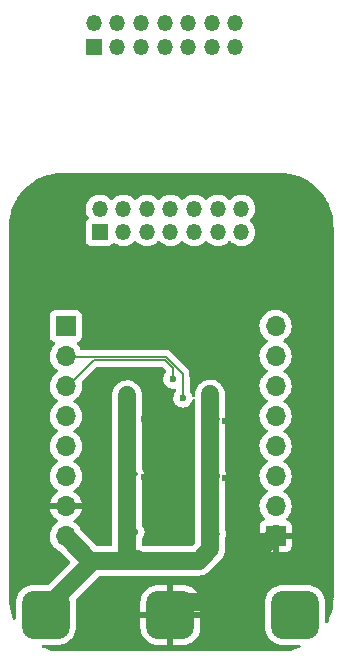
<source format=gbr>
%TF.GenerationSoftware,KiCad,Pcbnew,(6.0.0)*%
%TF.CreationDate,2022-06-29T15:28:05+09:00*%
%TF.ProjectId,TipLets_Board,5469704c-6574-4735-9f42-6f6172642e6b,rev?*%
%TF.SameCoordinates,Original*%
%TF.FileFunction,Copper,L2,Bot*%
%TF.FilePolarity,Positive*%
%FSLAX46Y46*%
G04 Gerber Fmt 4.6, Leading zero omitted, Abs format (unit mm)*
G04 Created by KiCad (PCBNEW (6.0.0)) date 2022-06-29 15:28:05*
%MOMM*%
%LPD*%
G01*
G04 APERTURE LIST*
G04 Aperture macros list*
%AMRoundRect*
0 Rectangle with rounded corners*
0 $1 Rounding radius*
0 $2 $3 $4 $5 $6 $7 $8 $9 X,Y pos of 4 corners*
0 Add a 4 corners polygon primitive as box body*
4,1,4,$2,$3,$4,$5,$6,$7,$8,$9,$2,$3,0*
0 Add four circle primitives for the rounded corners*
1,1,$1+$1,$2,$3*
1,1,$1+$1,$4,$5*
1,1,$1+$1,$6,$7*
1,1,$1+$1,$8,$9*
0 Add four rect primitives between the rounded corners*
20,1,$1+$1,$2,$3,$4,$5,0*
20,1,$1+$1,$4,$5,$6,$7,0*
20,1,$1+$1,$6,$7,$8,$9,0*
20,1,$1+$1,$8,$9,$2,$3,0*%
G04 Aperture macros list end*
%TA.AperFunction,ComponentPad*%
%ADD10R,1.350000X1.350000*%
%TD*%
%TA.AperFunction,ComponentPad*%
%ADD11O,1.350000X1.350000*%
%TD*%
%TA.AperFunction,ComponentPad*%
%ADD12O,1.700000X1.700000*%
%TD*%
%TA.AperFunction,ComponentPad*%
%ADD13R,1.700000X1.700000*%
%TD*%
%TA.AperFunction,SMDPad,CuDef*%
%ADD14RoundRect,1.015000X-1.015000X-1.015000X1.015000X-1.015000X1.015000X1.015000X-1.015000X1.015000X0*%
%TD*%
%TA.AperFunction,ViaPad*%
%ADD15C,0.600000*%
%TD*%
%TA.AperFunction,ViaPad*%
%ADD16C,0.500000*%
%TD*%
%TA.AperFunction,Conductor*%
%ADD17C,1.500000*%
%TD*%
%TA.AperFunction,Conductor*%
%ADD18C,0.127000*%
%TD*%
G04 APERTURE END LIST*
D10*
%TO.P,J3,1,Pin_1*%
%TO.N,IN5*%
X23685000Y-79317000D03*
D11*
%TO.P,J3,2,Pin_2*%
%TO.N,IN6*%
X23685000Y-77317000D03*
%TO.P,J3,3,Pin_3*%
%TO.N,IN3*%
X25685000Y-79317000D03*
%TO.P,J3,4,Pin_4*%
%TO.N,IN4*%
X25685000Y-77317000D03*
%TO.P,J3,5,Pin_5*%
%TO.N,IN1*%
X27685000Y-79317000D03*
%TO.P,J3,6,Pin_6*%
%TO.N,IN2*%
X27685000Y-77317000D03*
%TO.P,J3,7,Pin_7*%
%TO.N,IN8*%
X29685000Y-79317000D03*
%TO.P,J3,8,Pin_8*%
%TO.N,IN7*%
X29685000Y-77317000D03*
%TO.P,J3,9,Pin_9*%
%TO.N,IN10*%
X31685000Y-79317000D03*
%TO.P,J3,10,Pin_10*%
%TO.N,IN9*%
X31685000Y-77317000D03*
%TO.P,J3,11,Pin_11*%
%TO.N,IN12*%
X33685000Y-79317000D03*
%TO.P,J3,12,Pin_12*%
%TO.N,IN11*%
X33685000Y-77317000D03*
%TO.P,J3,13,Pin_13*%
%TO.N,unconnected-(J3-Pad13)*%
X35685000Y-79317000D03*
%TO.P,J3,14,Pin_14*%
%TO.N,unconnected-(J3-Pad14)*%
X35685000Y-77317000D03*
%TD*%
D12*
%TO.P,J1,8,Pin_8*%
%TO.N,BAT*%
X21325000Y-120737000D03*
%TO.P,J1,7,Pin_7*%
%TO.N,GND*%
X21325000Y-118197000D03*
%TO.P,J1,6,Pin_6*%
%TO.N,unconnected-(J1-Pad6)*%
X21325000Y-115657000D03*
%TO.P,J1,5,Pin_5*%
%TO.N,unconnected-(J1-Pad5)*%
X21325000Y-113117000D03*
%TO.P,J1,4,Pin_4*%
%TO.N,unconnected-(J1-Pad4)*%
X21325000Y-110577000D03*
%TO.P,J1,3,Pin_3*%
%TO.N,SDA*%
X21325000Y-108037000D03*
%TO.P,J1,2,Pin_2*%
%TO.N,SCL*%
X21325000Y-105497000D03*
D13*
%TO.P,J1,1,Pin_1*%
%TO.N,unconnected-(J1-Pad1)*%
X21325000Y-102957000D03*
%TD*%
D11*
%TO.P,J4,14,Pin_14*%
%TO.N,unconnected-(J4-Pad14)*%
X36185000Y-93000000D03*
%TO.P,J4,13,Pin_13*%
%TO.N,unconnected-(J4-Pad13)*%
X36185000Y-95000000D03*
%TO.P,J4,12,Pin_12*%
%TO.N,OUT5*%
X34185000Y-93000000D03*
%TO.P,J4,11,Pin_11*%
%TO.N,OUT6*%
X34185000Y-95000000D03*
%TO.P,J4,10,Pin_10*%
%TO.N,OUT3*%
X32185000Y-93000000D03*
%TO.P,J4,9,Pin_9*%
%TO.N,OUT4*%
X32185000Y-95000000D03*
%TO.P,J4,8,Pin_8*%
%TO.N,OUT1*%
X30185000Y-93000000D03*
%TO.P,J4,7,Pin_7*%
%TO.N,OUT2*%
X30185000Y-95000000D03*
%TO.P,J4,6,Pin_6*%
%TO.N,OUT11*%
X28185000Y-93000000D03*
%TO.P,J4,5,Pin_5*%
%TO.N,OUT12*%
X28185000Y-95000000D03*
%TO.P,J4,4,Pin_4*%
%TO.N,OUT9*%
X26185000Y-93000000D03*
%TO.P,J4,3,Pin_3*%
%TO.N,OUT10*%
X26185000Y-95000000D03*
%TO.P,J4,2,Pin_2*%
%TO.N,OUT7*%
X24185000Y-93000000D03*
D10*
%TO.P,J4,1,Pin_1*%
%TO.N,OUT8*%
X24185000Y-95000000D03*
%TD*%
D12*
%TO.P,J2,8,Pin_8*%
%TO.N,EN3*%
X39085000Y-102952000D03*
%TO.P,J2,7,Pin_7*%
%TO.N,EN2*%
X39085000Y-105492000D03*
%TO.P,J2,6,Pin_6*%
%TO.N,EN1*%
X39085000Y-108032000D03*
%TO.P,J2,5,Pin_5*%
%TO.N,EN6*%
X39085000Y-110572000D03*
%TO.P,J2,4,Pin_4*%
%TO.N,EN5*%
X39085000Y-113112000D03*
%TO.P,J2,3,Pin_3*%
%TO.N,EN4*%
X39085000Y-115652000D03*
%TO.P,J2,2,Pin_2*%
%TO.N,unconnected-(J2-Pad2)*%
X39085000Y-118192000D03*
D13*
%TO.P,J2,1,Pin_1*%
%TO.N,GND*%
X39085000Y-120732000D03*
%TD*%
D14*
%TO.P,B1,3*%
%TO.N,GND*%
X30185000Y-127394209D03*
%TO.P,B1,2,+*%
%TO.N,BAT*%
X40730000Y-127394209D03*
%TO.P,B1,1,+*%
%TO.N,N/C*%
X19640000Y-127394209D03*
%TD*%
D15*
%TO.N,GND*%
X35105000Y-108258170D03*
X35993000Y-119680170D03*
X27951000Y-115735170D03*
X35245560Y-118114000D03*
X29005000Y-119577170D03*
X27905000Y-110858170D03*
X25058000Y-106868170D03*
X28368540Y-112928170D03*
X34833037Y-115828439D03*
X34832000Y-110991170D03*
X28296000Y-118021170D03*
D16*
X28005000Y-108388170D03*
D15*
X35231000Y-113050170D03*
X32017000Y-107007170D03*
%TO.N,BAT*%
X34129000Y-115649170D03*
D16*
X34127000Y-120534170D03*
X27173000Y-115516170D03*
D15*
X27176000Y-120408170D03*
D16*
X34085000Y-110826170D03*
D15*
X27005000Y-110658170D03*
%TO.N,SCL*%
X31235000Y-109038170D03*
%TO.N,SDA*%
X30375000Y-107428170D03*
%TD*%
D17*
%TO.N,GND*%
X30185000Y-126317000D02*
X33352306Y-126317000D01*
D18*
X34765000Y-110885000D02*
X34619000Y-110885000D01*
D17*
X33352306Y-126317000D02*
X39146476Y-120522830D01*
%TO.N,BAT*%
X23412730Y-122815000D02*
X27206000Y-122815000D01*
X33535000Y-121860000D02*
X33535000Y-108747000D01*
X27206000Y-122815000D02*
X27316000Y-122705000D01*
X26949000Y-122705000D02*
X26505000Y-122261000D01*
X26505000Y-122261000D02*
X26505000Y-108810000D01*
X23412730Y-123089270D02*
X20185000Y-126317000D01*
X32580000Y-122815000D02*
X33535000Y-121860000D01*
X21406560Y-120808830D02*
X23412730Y-122815000D01*
X27206000Y-122815000D02*
X32580000Y-122815000D01*
X23412730Y-122815000D02*
X23412730Y-123089270D01*
D18*
%TO.N,SCL*%
X31235000Y-106974019D02*
X31235000Y-109038170D01*
X29829811Y-105568830D02*
X31235000Y-106974019D01*
X29829811Y-105568830D02*
X21406560Y-105568830D01*
%TO.N,SDA*%
X30375000Y-106472551D02*
X30375000Y-107428170D01*
X23693040Y-105822350D02*
X21406560Y-108108830D01*
X29724799Y-105822350D02*
X23693040Y-105822350D01*
X29724799Y-105822350D02*
X30375000Y-106472551D01*
%TD*%
%TA.AperFunction,Conductor*%
%TO.N,GND*%
G36*
X39470057Y-90009500D02*
G01*
X39484858Y-90011805D01*
X39484861Y-90011805D01*
X39493730Y-90013186D01*
X39514158Y-90010515D01*
X39535983Y-90009571D01*
X39886007Y-90024853D01*
X39896958Y-90025811D01*
X40274579Y-90075527D01*
X40285403Y-90077436D01*
X40657243Y-90159870D01*
X40667860Y-90162715D01*
X41031110Y-90277248D01*
X41041425Y-90281001D01*
X41393334Y-90426766D01*
X41403269Y-90431399D01*
X41741128Y-90607278D01*
X41750637Y-90612768D01*
X42071860Y-90817410D01*
X42080864Y-90823714D01*
X42383043Y-91055583D01*
X42391463Y-91062649D01*
X42672268Y-91319959D01*
X42680041Y-91327732D01*
X42937351Y-91608537D01*
X42944417Y-91616957D01*
X43176286Y-91919136D01*
X43182590Y-91928140D01*
X43192730Y-91944057D01*
X43347104Y-92186374D01*
X43387232Y-92249363D01*
X43392722Y-92258872D01*
X43568601Y-92596731D01*
X43573234Y-92606666D01*
X43646439Y-92783400D01*
X43718996Y-92958568D01*
X43722751Y-92968887D01*
X43791186Y-93185933D01*
X43837285Y-93332139D01*
X43840130Y-93342757D01*
X43922564Y-93714597D01*
X43924473Y-93725421D01*
X43974189Y-94103042D01*
X43975147Y-94113993D01*
X43985890Y-94360050D01*
X43990104Y-94456583D01*
X43988724Y-94481461D01*
X43986814Y-94493730D01*
X43988638Y-94507678D01*
X43990936Y-94525251D01*
X43992000Y-94541589D01*
X43992000Y-125950672D01*
X43990500Y-125970056D01*
X43986814Y-125993730D01*
X43989485Y-126014158D01*
X43990429Y-126035983D01*
X43984380Y-126174525D01*
X43975147Y-126386007D01*
X43974189Y-126396958D01*
X43924473Y-126774579D01*
X43922564Y-126785403D01*
X43845207Y-127134344D01*
X43840130Y-127157243D01*
X43837285Y-127167861D01*
X43722755Y-127531103D01*
X43718999Y-127541425D01*
X43621439Y-127776957D01*
X43573238Y-127893325D01*
X43568601Y-127903269D01*
X43506261Y-128023022D01*
X43457066Y-128074207D01*
X43388005Y-128090671D01*
X43321006Y-128067185D01*
X43277341Y-128011204D01*
X43268500Y-127964839D01*
X43268500Y-126310071D01*
X43257829Y-126161207D01*
X43214401Y-125970057D01*
X43204635Y-125927071D01*
X43204634Y-125927068D01*
X43203514Y-125922138D01*
X43111675Y-125694829D01*
X42984675Y-125485127D01*
X42825782Y-125298427D01*
X42639082Y-125139534D01*
X42429380Y-125012534D01*
X42424691Y-125010640D01*
X42424686Y-125010637D01*
X42206762Y-124922590D01*
X42206759Y-124922589D01*
X42202071Y-124920695D01*
X42197141Y-124919575D01*
X42197138Y-124919574D01*
X42103679Y-124898341D01*
X41963002Y-124866380D01*
X41958235Y-124866038D01*
X41958233Y-124866038D01*
X41816388Y-124855870D01*
X41816380Y-124855870D01*
X41814138Y-124855709D01*
X39645862Y-124855709D01*
X39643620Y-124855870D01*
X39643612Y-124855870D01*
X39501767Y-124866038D01*
X39501765Y-124866038D01*
X39496998Y-124866380D01*
X39356321Y-124898341D01*
X39262862Y-124919574D01*
X39262859Y-124919575D01*
X39257929Y-124920695D01*
X39253241Y-124922589D01*
X39253238Y-124922590D01*
X39035314Y-125010637D01*
X39035309Y-125010640D01*
X39030620Y-125012534D01*
X38820918Y-125139534D01*
X38634218Y-125298427D01*
X38475325Y-125485127D01*
X38348325Y-125694829D01*
X38256486Y-125922138D01*
X38255366Y-125927068D01*
X38255365Y-125927071D01*
X38245599Y-125970057D01*
X38202171Y-126161207D01*
X38191500Y-126310071D01*
X38191500Y-128478347D01*
X38202171Y-128627211D01*
X38203231Y-128631875D01*
X38255332Y-128861199D01*
X38256486Y-128866280D01*
X38348325Y-129093589D01*
X38475325Y-129303291D01*
X38634218Y-129489991D01*
X38820918Y-129648884D01*
X39030620Y-129775884D01*
X39035309Y-129777778D01*
X39035314Y-129777781D01*
X39253238Y-129865828D01*
X39253241Y-129865829D01*
X39257929Y-129867723D01*
X39262859Y-129868843D01*
X39262862Y-129868844D01*
X39356321Y-129890077D01*
X39496998Y-129922038D01*
X39501765Y-129922380D01*
X39501767Y-129922380D01*
X39643612Y-129932548D01*
X39643620Y-129932548D01*
X39645862Y-129932709D01*
X41099145Y-129932709D01*
X41167266Y-129952711D01*
X41213759Y-130006367D01*
X41223863Y-130076641D01*
X41194369Y-130141221D01*
X41147364Y-130175118D01*
X41041425Y-130218999D01*
X41031110Y-130222752D01*
X40667861Y-130337285D01*
X40657243Y-130340130D01*
X40285403Y-130422564D01*
X40274579Y-130424473D01*
X39896958Y-130474189D01*
X39886007Y-130475147D01*
X39543417Y-130490104D01*
X39518539Y-130488724D01*
X39518160Y-130488665D01*
X39506270Y-130486814D01*
X39474749Y-130490936D01*
X39458411Y-130492000D01*
X21049328Y-130492000D01*
X21029943Y-130490500D01*
X21015142Y-130488195D01*
X21015139Y-130488195D01*
X21006270Y-130486814D01*
X20985842Y-130489485D01*
X20964017Y-130490429D01*
X20613993Y-130475147D01*
X20603042Y-130474189D01*
X20225421Y-130424473D01*
X20214597Y-130422564D01*
X19842757Y-130340130D01*
X19832139Y-130337285D01*
X19468890Y-130222752D01*
X19458575Y-130218999D01*
X19352637Y-130175118D01*
X19297356Y-130130570D01*
X19274935Y-130063206D01*
X19292493Y-129994415D01*
X19344455Y-129946037D01*
X19400855Y-129932709D01*
X20724138Y-129932709D01*
X20726380Y-129932548D01*
X20726388Y-129932548D01*
X20868233Y-129922380D01*
X20868235Y-129922380D01*
X20873002Y-129922038D01*
X21013679Y-129890077D01*
X21107138Y-129868844D01*
X21107141Y-129868843D01*
X21112071Y-129867723D01*
X21116759Y-129865829D01*
X21116762Y-129865828D01*
X21334686Y-129777781D01*
X21334691Y-129777778D01*
X21339380Y-129775884D01*
X21549082Y-129648884D01*
X21735782Y-129489991D01*
X21894675Y-129303291D01*
X22021675Y-129093589D01*
X22113514Y-128866280D01*
X22114669Y-128861199D01*
X22166769Y-128631875D01*
X22167829Y-128627211D01*
X22178500Y-128478347D01*
X22178500Y-128476074D01*
X27647000Y-128476074D01*
X27647161Y-128480588D01*
X27657324Y-128622373D01*
X27658725Y-128631801D01*
X27710844Y-128861199D01*
X27713860Y-128870823D01*
X27801877Y-129088672D01*
X27806394Y-129097693D01*
X27928106Y-129298664D01*
X27934014Y-129306855D01*
X28086299Y-129485789D01*
X28093420Y-129492910D01*
X28272354Y-129645195D01*
X28280545Y-129651103D01*
X28481516Y-129772815D01*
X28490537Y-129777332D01*
X28708386Y-129865349D01*
X28718010Y-129868365D01*
X28947408Y-129920484D01*
X28956836Y-129921885D01*
X29098621Y-129932048D01*
X29103135Y-129932209D01*
X29912885Y-129932209D01*
X29928124Y-129927734D01*
X29929329Y-129926344D01*
X29931000Y-129918661D01*
X29931000Y-129914094D01*
X30439000Y-129914094D01*
X30443475Y-129929333D01*
X30444865Y-129930538D01*
X30452548Y-129932209D01*
X31266865Y-129932209D01*
X31271379Y-129932048D01*
X31413164Y-129921885D01*
X31422592Y-129920484D01*
X31651990Y-129868365D01*
X31661614Y-129865349D01*
X31879463Y-129777332D01*
X31888484Y-129772815D01*
X32089455Y-129651103D01*
X32097646Y-129645195D01*
X32276580Y-129492910D01*
X32283701Y-129485789D01*
X32435986Y-129306855D01*
X32441894Y-129298664D01*
X32563606Y-129097693D01*
X32568123Y-129088672D01*
X32656140Y-128870823D01*
X32659156Y-128861199D01*
X32711275Y-128631801D01*
X32712676Y-128622373D01*
X32722839Y-128480588D01*
X32723000Y-128476074D01*
X32723000Y-127666324D01*
X32718525Y-127651085D01*
X32717135Y-127649880D01*
X32709452Y-127648209D01*
X30457115Y-127648209D01*
X30441876Y-127652684D01*
X30440671Y-127654074D01*
X30439000Y-127661757D01*
X30439000Y-129914094D01*
X29931000Y-129914094D01*
X29931000Y-127666324D01*
X29926525Y-127651085D01*
X29925135Y-127649880D01*
X29917452Y-127648209D01*
X27665115Y-127648209D01*
X27649876Y-127652684D01*
X27648671Y-127654074D01*
X27647000Y-127661757D01*
X27647000Y-128476074D01*
X22178500Y-128476074D01*
X22178500Y-127122094D01*
X27647000Y-127122094D01*
X27651475Y-127137333D01*
X27652865Y-127138538D01*
X27660548Y-127140209D01*
X29912885Y-127140209D01*
X29928124Y-127135734D01*
X29929329Y-127134344D01*
X29931000Y-127126661D01*
X29931000Y-127122094D01*
X30439000Y-127122094D01*
X30443475Y-127137333D01*
X30444865Y-127138538D01*
X30452548Y-127140209D01*
X32704885Y-127140209D01*
X32720124Y-127135734D01*
X32721329Y-127134344D01*
X32723000Y-127126661D01*
X32723000Y-126312344D01*
X32722839Y-126307830D01*
X32712676Y-126166045D01*
X32711275Y-126156617D01*
X32659156Y-125927219D01*
X32656140Y-125917595D01*
X32568123Y-125699746D01*
X32563606Y-125690725D01*
X32441894Y-125489754D01*
X32435986Y-125481563D01*
X32283701Y-125302629D01*
X32276580Y-125295508D01*
X32097646Y-125143223D01*
X32089455Y-125137315D01*
X31888484Y-125015603D01*
X31879463Y-125011086D01*
X31661614Y-124923069D01*
X31651990Y-124920053D01*
X31422592Y-124867934D01*
X31413164Y-124866533D01*
X31271379Y-124856370D01*
X31266865Y-124856209D01*
X30457115Y-124856209D01*
X30441876Y-124860684D01*
X30440671Y-124862074D01*
X30439000Y-124869757D01*
X30439000Y-127122094D01*
X29931000Y-127122094D01*
X29931000Y-124874324D01*
X29926525Y-124859085D01*
X29925135Y-124857880D01*
X29917452Y-124856209D01*
X29103135Y-124856209D01*
X29098621Y-124856370D01*
X28956836Y-124866533D01*
X28947408Y-124867934D01*
X28718010Y-124920053D01*
X28708386Y-124923069D01*
X28490537Y-125011086D01*
X28481516Y-125015603D01*
X28280545Y-125137315D01*
X28272354Y-125143223D01*
X28093420Y-125295508D01*
X28086299Y-125302629D01*
X27934014Y-125481563D01*
X27928106Y-125489754D01*
X27806394Y-125690725D01*
X27801877Y-125699746D01*
X27713860Y-125917595D01*
X27710844Y-125927219D01*
X27658725Y-126156617D01*
X27657324Y-126166045D01*
X27647161Y-126307830D01*
X27647000Y-126312344D01*
X27647000Y-127122094D01*
X22178500Y-127122094D01*
X22178500Y-126310071D01*
X22168784Y-126174525D01*
X22183865Y-126105148D01*
X22205367Y-126076421D01*
X24171383Y-124110405D01*
X24233695Y-124076379D01*
X24260478Y-124073500D01*
X27114604Y-124073500D01*
X27131051Y-124074578D01*
X27147516Y-124076746D01*
X27147520Y-124076746D01*
X27153086Y-124077479D01*
X27234489Y-124073640D01*
X27240424Y-124073500D01*
X32488604Y-124073500D01*
X32505051Y-124074578D01*
X32521516Y-124076746D01*
X32521520Y-124076746D01*
X32527086Y-124077479D01*
X32608489Y-124073640D01*
X32614424Y-124073500D01*
X32636999Y-124073500D01*
X32662989Y-124071181D01*
X32668248Y-124070822D01*
X32751488Y-124066896D01*
X32756947Y-124065646D01*
X32756952Y-124065645D01*
X32768970Y-124062892D01*
X32785899Y-124060211D01*
X32803762Y-124058617D01*
X32809178Y-124057135D01*
X32809180Y-124057135D01*
X32884133Y-124036630D01*
X32889251Y-124035344D01*
X32965000Y-124017995D01*
X32965002Y-124017994D01*
X32970470Y-124016742D01*
X32980970Y-124012263D01*
X32986967Y-124009706D01*
X33003142Y-124004073D01*
X33015039Y-124000818D01*
X33015043Y-124000817D01*
X33020451Y-123999337D01*
X33095667Y-123963461D01*
X33100476Y-123961290D01*
X33171949Y-123930804D01*
X33171950Y-123930804D01*
X33177109Y-123928603D01*
X33192110Y-123918749D01*
X33207025Y-123910346D01*
X33223218Y-123902622D01*
X33227769Y-123899352D01*
X33227772Y-123899350D01*
X33290881Y-123854001D01*
X33295232Y-123851011D01*
X33361010Y-123807804D01*
X33361018Y-123807798D01*
X33364874Y-123805265D01*
X33385662Y-123786743D01*
X33395939Y-123778510D01*
X33405654Y-123771529D01*
X33480063Y-123694745D01*
X33481452Y-123693335D01*
X34360259Y-122814528D01*
X34372651Y-122803660D01*
X34385843Y-122793538D01*
X34385851Y-122793531D01*
X34390292Y-122790123D01*
X34445168Y-122729815D01*
X34449267Y-122725520D01*
X34465198Y-122709589D01*
X34481934Y-122689573D01*
X34485379Y-122685624D01*
X34537703Y-122628121D01*
X34537706Y-122628117D01*
X34541485Y-122623964D01*
X34551013Y-122608775D01*
X34561091Y-122594903D01*
X34568992Y-122585455D01*
X34568997Y-122585448D01*
X34572594Y-122581146D01*
X34613887Y-122508752D01*
X34616592Y-122504232D01*
X34657886Y-122438404D01*
X34657888Y-122438401D01*
X34660864Y-122433656D01*
X34667552Y-122417021D01*
X34675012Y-122401589D01*
X34681120Y-122390881D01*
X34681124Y-122390872D01*
X34683899Y-122386007D01*
X34685768Y-122380730D01*
X34685770Y-122380725D01*
X34711715Y-122307458D01*
X34713580Y-122302522D01*
X34742566Y-122230416D01*
X34744656Y-122225217D01*
X34748294Y-122207650D01*
X34752899Y-122191156D01*
X34758889Y-122174241D01*
X34772359Y-122091990D01*
X34773319Y-122086811D01*
X34773586Y-122085525D01*
X34790213Y-122005233D01*
X34791815Y-121977452D01*
X34793262Y-121964347D01*
X34794286Y-121958090D01*
X34794286Y-121958086D01*
X34795194Y-121952543D01*
X34793516Y-121845736D01*
X34793500Y-121843757D01*
X34793500Y-121626669D01*
X37727001Y-121626669D01*
X37727371Y-121633490D01*
X37732895Y-121684352D01*
X37736521Y-121699604D01*
X37781676Y-121820054D01*
X37790214Y-121835649D01*
X37866715Y-121937724D01*
X37879276Y-121950285D01*
X37981351Y-122026786D01*
X37996946Y-122035324D01*
X38117394Y-122080478D01*
X38132649Y-122084105D01*
X38183514Y-122089631D01*
X38190328Y-122090000D01*
X38812885Y-122090000D01*
X38828124Y-122085525D01*
X38829329Y-122084135D01*
X38831000Y-122076452D01*
X38831000Y-122071884D01*
X39339000Y-122071884D01*
X39343475Y-122087123D01*
X39344865Y-122088328D01*
X39352548Y-122089999D01*
X39979669Y-122089999D01*
X39986490Y-122089629D01*
X40037352Y-122084105D01*
X40052604Y-122080479D01*
X40173054Y-122035324D01*
X40188649Y-122026786D01*
X40290724Y-121950285D01*
X40303285Y-121937724D01*
X40379786Y-121835649D01*
X40388324Y-121820054D01*
X40433478Y-121699606D01*
X40437105Y-121684351D01*
X40442631Y-121633486D01*
X40443000Y-121626672D01*
X40443000Y-121004115D01*
X40438525Y-120988876D01*
X40437135Y-120987671D01*
X40429452Y-120986000D01*
X39357115Y-120986000D01*
X39341876Y-120990475D01*
X39340671Y-120991865D01*
X39339000Y-120999548D01*
X39339000Y-122071884D01*
X38831000Y-122071884D01*
X38831000Y-121004115D01*
X38826525Y-120988876D01*
X38825135Y-120987671D01*
X38817452Y-120986000D01*
X37745116Y-120986000D01*
X37729877Y-120990475D01*
X37728672Y-120991865D01*
X37727001Y-120999548D01*
X37727001Y-121626669D01*
X34793500Y-121626669D01*
X34793500Y-120935947D01*
X34806259Y-120883212D01*
X34805891Y-120883072D01*
X34806997Y-120880161D01*
X34806997Y-120880159D01*
X34866319Y-120723995D01*
X34890001Y-120555483D01*
X34890299Y-120534170D01*
X34871331Y-120365062D01*
X34815368Y-120204359D01*
X34811633Y-120198382D01*
X34808590Y-120192030D01*
X34810147Y-120191284D01*
X34793500Y-120133233D01*
X34793500Y-118158695D01*
X37722251Y-118158695D01*
X37722548Y-118163848D01*
X37722548Y-118163851D01*
X37728011Y-118258590D01*
X37735110Y-118381715D01*
X37736247Y-118386761D01*
X37736248Y-118386767D01*
X37753872Y-118464966D01*
X37784222Y-118599639D01*
X37868266Y-118806616D01*
X37984987Y-118997088D01*
X38131250Y-119165938D01*
X38135225Y-119169238D01*
X38135231Y-119169244D01*
X38140425Y-119173556D01*
X38180059Y-119232460D01*
X38181555Y-119303441D01*
X38144439Y-119363962D01*
X38104168Y-119388480D01*
X37996946Y-119428676D01*
X37981351Y-119437214D01*
X37879276Y-119513715D01*
X37866715Y-119526276D01*
X37790214Y-119628351D01*
X37781676Y-119643946D01*
X37736522Y-119764394D01*
X37732895Y-119779649D01*
X37727369Y-119830514D01*
X37727000Y-119837328D01*
X37727000Y-120459885D01*
X37731475Y-120475124D01*
X37732865Y-120476329D01*
X37740548Y-120478000D01*
X40424884Y-120478000D01*
X40440123Y-120473525D01*
X40441328Y-120472135D01*
X40442999Y-120464452D01*
X40442999Y-119837331D01*
X40442629Y-119830510D01*
X40437105Y-119779648D01*
X40433479Y-119764396D01*
X40388324Y-119643946D01*
X40379786Y-119628351D01*
X40303285Y-119526276D01*
X40290724Y-119513715D01*
X40188649Y-119437214D01*
X40173054Y-119428676D01*
X40062813Y-119387348D01*
X40006049Y-119344706D01*
X39981349Y-119278145D01*
X39996557Y-119208796D01*
X40018104Y-119180115D01*
X40119430Y-119079144D01*
X40119440Y-119079132D01*
X40123096Y-119075489D01*
X40182594Y-118992689D01*
X40250435Y-118898277D01*
X40253453Y-118894077D01*
X40352430Y-118693811D01*
X40417370Y-118480069D01*
X40446529Y-118258590D01*
X40448156Y-118192000D01*
X40429852Y-117969361D01*
X40375431Y-117752702D01*
X40286354Y-117547840D01*
X40246906Y-117486862D01*
X40167822Y-117364617D01*
X40167820Y-117364614D01*
X40165014Y-117360277D01*
X40014670Y-117195051D01*
X40010619Y-117191852D01*
X40010615Y-117191848D01*
X39843414Y-117059800D01*
X39843410Y-117059798D01*
X39839359Y-117056598D01*
X39798053Y-117033796D01*
X39748084Y-116983364D01*
X39733312Y-116913921D01*
X39758428Y-116847516D01*
X39785780Y-116820909D01*
X39852060Y-116773632D01*
X39964860Y-116693173D01*
X40123096Y-116535489D01*
X40182594Y-116452689D01*
X40250435Y-116358277D01*
X40253453Y-116354077D01*
X40296574Y-116266829D01*
X40350136Y-116158453D01*
X40350137Y-116158451D01*
X40352430Y-116153811D01*
X40394761Y-116014484D01*
X40415865Y-115945023D01*
X40415865Y-115945021D01*
X40417370Y-115940069D01*
X40446529Y-115718590D01*
X40448156Y-115652000D01*
X40429852Y-115429361D01*
X40375431Y-115212702D01*
X40286354Y-115007840D01*
X40246906Y-114946862D01*
X40167822Y-114824617D01*
X40167820Y-114824614D01*
X40165014Y-114820277D01*
X40014670Y-114655051D01*
X40010619Y-114651852D01*
X40010615Y-114651848D01*
X39843414Y-114519800D01*
X39843410Y-114519798D01*
X39839359Y-114516598D01*
X39798053Y-114493796D01*
X39748084Y-114443364D01*
X39733312Y-114373921D01*
X39758428Y-114307516D01*
X39785780Y-114280909D01*
X39852060Y-114233632D01*
X39964860Y-114153173D01*
X40123096Y-113995489D01*
X40182594Y-113912689D01*
X40250435Y-113818277D01*
X40253453Y-113814077D01*
X40296574Y-113726829D01*
X40350136Y-113618453D01*
X40350137Y-113618451D01*
X40352430Y-113613811D01*
X40417370Y-113400069D01*
X40446529Y-113178590D01*
X40448156Y-113112000D01*
X40429852Y-112889361D01*
X40375431Y-112672702D01*
X40286354Y-112467840D01*
X40246906Y-112406862D01*
X40167822Y-112284617D01*
X40167820Y-112284614D01*
X40165014Y-112280277D01*
X40014670Y-112115051D01*
X40010619Y-112111852D01*
X40010615Y-112111848D01*
X39843414Y-111979800D01*
X39843410Y-111979798D01*
X39839359Y-111976598D01*
X39798053Y-111953796D01*
X39748084Y-111903364D01*
X39733312Y-111833921D01*
X39758428Y-111767516D01*
X39785780Y-111740909D01*
X39852060Y-111693632D01*
X39964860Y-111613173D01*
X40123096Y-111455489D01*
X40182594Y-111372689D01*
X40250435Y-111278277D01*
X40253453Y-111274077D01*
X40296574Y-111186829D01*
X40350136Y-111078453D01*
X40350137Y-111078451D01*
X40352430Y-111073811D01*
X40417370Y-110860069D01*
X40446529Y-110638590D01*
X40448156Y-110572000D01*
X40429852Y-110349361D01*
X40375431Y-110132702D01*
X40286354Y-109927840D01*
X40222120Y-109828550D01*
X40167822Y-109744617D01*
X40167820Y-109744614D01*
X40165014Y-109740277D01*
X40014670Y-109575051D01*
X40010619Y-109571852D01*
X40010615Y-109571848D01*
X39843414Y-109439800D01*
X39843410Y-109439798D01*
X39839359Y-109436598D01*
X39798053Y-109413796D01*
X39748084Y-109363364D01*
X39733312Y-109293921D01*
X39758428Y-109227516D01*
X39785780Y-109200909D01*
X39852060Y-109153632D01*
X39964860Y-109073173D01*
X40123096Y-108915489D01*
X40167392Y-108853845D01*
X40250435Y-108738277D01*
X40253453Y-108734077D01*
X40278682Y-108683031D01*
X40350136Y-108538453D01*
X40350137Y-108538451D01*
X40352430Y-108533811D01*
X40388928Y-108413681D01*
X40415865Y-108325023D01*
X40415865Y-108325021D01*
X40417370Y-108320069D01*
X40446529Y-108098590D01*
X40447813Y-108046036D01*
X40448074Y-108035365D01*
X40448074Y-108035361D01*
X40448156Y-108032000D01*
X40429852Y-107809361D01*
X40375431Y-107592702D01*
X40286354Y-107387840D01*
X40246906Y-107326862D01*
X40167822Y-107204617D01*
X40167820Y-107204614D01*
X40165014Y-107200277D01*
X40014670Y-107035051D01*
X40010619Y-107031852D01*
X40010615Y-107031848D01*
X39843414Y-106899800D01*
X39843410Y-106899798D01*
X39839359Y-106896598D01*
X39798053Y-106873796D01*
X39748084Y-106823364D01*
X39733312Y-106753921D01*
X39758428Y-106687516D01*
X39785780Y-106660909D01*
X39850739Y-106614574D01*
X39964860Y-106533173D01*
X40123096Y-106375489D01*
X40182594Y-106292689D01*
X40250435Y-106198277D01*
X40253453Y-106194077D01*
X40296574Y-106106829D01*
X40350136Y-105998453D01*
X40350137Y-105998451D01*
X40352430Y-105993811D01*
X40417370Y-105780069D01*
X40446529Y-105558590D01*
X40448156Y-105492000D01*
X40429852Y-105269361D01*
X40375431Y-105052702D01*
X40286354Y-104847840D01*
X40246906Y-104786862D01*
X40167822Y-104664617D01*
X40167820Y-104664614D01*
X40165014Y-104660277D01*
X40014670Y-104495051D01*
X40010619Y-104491852D01*
X40010615Y-104491848D01*
X39843414Y-104359800D01*
X39843410Y-104359798D01*
X39839359Y-104356598D01*
X39798053Y-104333796D01*
X39748084Y-104283364D01*
X39733312Y-104213921D01*
X39758428Y-104147516D01*
X39785780Y-104120909D01*
X39829603Y-104089650D01*
X39964860Y-103993173D01*
X40123096Y-103835489D01*
X40182594Y-103752689D01*
X40250435Y-103658277D01*
X40253453Y-103654077D01*
X40352430Y-103453811D01*
X40417370Y-103240069D01*
X40446529Y-103018590D01*
X40448156Y-102952000D01*
X40429852Y-102729361D01*
X40375431Y-102512702D01*
X40286354Y-102307840D01*
X40165014Y-102120277D01*
X40014670Y-101955051D01*
X40010619Y-101951852D01*
X40010615Y-101951848D01*
X39843414Y-101819800D01*
X39843410Y-101819798D01*
X39839359Y-101816598D01*
X39643789Y-101708638D01*
X39638920Y-101706914D01*
X39638916Y-101706912D01*
X39438087Y-101635795D01*
X39438083Y-101635794D01*
X39433212Y-101634069D01*
X39428119Y-101633162D01*
X39428116Y-101633161D01*
X39218373Y-101595800D01*
X39218367Y-101595799D01*
X39213284Y-101594894D01*
X39139452Y-101593992D01*
X38995081Y-101592228D01*
X38995079Y-101592228D01*
X38989911Y-101592165D01*
X38769091Y-101625955D01*
X38556756Y-101695357D01*
X38358607Y-101798507D01*
X38354474Y-101801610D01*
X38354471Y-101801612D01*
X38184100Y-101929530D01*
X38179965Y-101932635D01*
X38025629Y-102094138D01*
X37899743Y-102278680D01*
X37805688Y-102481305D01*
X37745989Y-102696570D01*
X37722251Y-102918695D01*
X37722548Y-102923848D01*
X37722548Y-102923851D01*
X37728011Y-103018590D01*
X37735110Y-103141715D01*
X37736247Y-103146761D01*
X37736248Y-103146767D01*
X37756119Y-103234939D01*
X37784222Y-103359639D01*
X37868266Y-103566616D01*
X37984987Y-103757088D01*
X38131250Y-103925938D01*
X38303126Y-104068632D01*
X38373595Y-104109811D01*
X38376445Y-104111476D01*
X38425169Y-104163114D01*
X38438240Y-104232897D01*
X38411509Y-104298669D01*
X38371055Y-104332027D01*
X38358607Y-104338507D01*
X38354474Y-104341610D01*
X38354471Y-104341612D01*
X38184100Y-104469530D01*
X38179965Y-104472635D01*
X38025629Y-104634138D01*
X37899743Y-104818680D01*
X37885905Y-104848492D01*
X37810215Y-105011553D01*
X37805688Y-105021305D01*
X37745989Y-105236570D01*
X37722251Y-105458695D01*
X37722548Y-105463848D01*
X37722548Y-105463851D01*
X37728011Y-105558590D01*
X37735110Y-105681715D01*
X37736247Y-105686761D01*
X37736248Y-105686767D01*
X37737375Y-105691767D01*
X37784222Y-105899639D01*
X37868266Y-106106616D01*
X37984987Y-106297088D01*
X38131250Y-106465938D01*
X38303126Y-106608632D01*
X38313295Y-106614574D01*
X38376445Y-106651476D01*
X38425169Y-106703114D01*
X38438240Y-106772897D01*
X38411509Y-106838669D01*
X38371055Y-106872027D01*
X38358607Y-106878507D01*
X38354474Y-106881610D01*
X38354471Y-106881612D01*
X38220490Y-106982208D01*
X38179965Y-107012635D01*
X38025629Y-107174138D01*
X38022715Y-107178410D01*
X38022714Y-107178411D01*
X37982846Y-107236855D01*
X37899743Y-107358680D01*
X37884003Y-107392590D01*
X37810162Y-107551667D01*
X37805688Y-107561305D01*
X37745989Y-107776570D01*
X37722251Y-107998695D01*
X37722548Y-108003848D01*
X37722548Y-108003851D01*
X37734732Y-108215160D01*
X37735110Y-108221715D01*
X37736247Y-108226761D01*
X37736248Y-108226767D01*
X37754228Y-108306549D01*
X37784222Y-108439639D01*
X37868266Y-108646616D01*
X37984987Y-108837088D01*
X38131250Y-109005938D01*
X38303126Y-109148632D01*
X38311683Y-109153632D01*
X38376445Y-109191476D01*
X38425169Y-109243114D01*
X38438240Y-109312897D01*
X38411509Y-109378669D01*
X38371055Y-109412027D01*
X38358607Y-109418507D01*
X38354474Y-109421610D01*
X38354471Y-109421612D01*
X38184100Y-109549530D01*
X38179965Y-109552635D01*
X38025629Y-109714138D01*
X37899743Y-109898680D01*
X37805688Y-110101305D01*
X37745989Y-110316570D01*
X37722251Y-110538695D01*
X37722548Y-110543848D01*
X37722548Y-110543851D01*
X37730676Y-110684809D01*
X37735110Y-110761715D01*
X37736247Y-110766761D01*
X37736248Y-110766767D01*
X37737375Y-110771767D01*
X37784222Y-110979639D01*
X37868266Y-111186616D01*
X37984987Y-111377088D01*
X38131250Y-111545938D01*
X38303126Y-111688632D01*
X38311683Y-111693632D01*
X38376445Y-111731476D01*
X38425169Y-111783114D01*
X38438240Y-111852897D01*
X38411509Y-111918669D01*
X38371055Y-111952027D01*
X38358607Y-111958507D01*
X38354474Y-111961610D01*
X38354471Y-111961612D01*
X38184100Y-112089530D01*
X38179965Y-112092635D01*
X38025629Y-112254138D01*
X37899743Y-112438680D01*
X37805688Y-112641305D01*
X37745989Y-112856570D01*
X37722251Y-113078695D01*
X37722548Y-113083848D01*
X37722548Y-113083851D01*
X37728011Y-113178590D01*
X37735110Y-113301715D01*
X37736247Y-113306761D01*
X37736248Y-113306767D01*
X37737375Y-113311767D01*
X37784222Y-113519639D01*
X37868266Y-113726616D01*
X37984987Y-113917088D01*
X38131250Y-114085938D01*
X38303126Y-114228632D01*
X38311683Y-114233632D01*
X38376445Y-114271476D01*
X38425169Y-114323114D01*
X38438240Y-114392897D01*
X38411509Y-114458669D01*
X38371055Y-114492027D01*
X38358607Y-114498507D01*
X38354474Y-114501610D01*
X38354471Y-114501612D01*
X38184100Y-114629530D01*
X38179965Y-114632635D01*
X38025629Y-114794138D01*
X37899743Y-114978680D01*
X37805688Y-115181305D01*
X37745989Y-115396570D01*
X37722251Y-115618695D01*
X37722548Y-115623848D01*
X37722548Y-115623851D01*
X37728011Y-115718590D01*
X37735110Y-115841715D01*
X37736247Y-115846761D01*
X37736248Y-115846767D01*
X37756119Y-115934939D01*
X37784222Y-116059639D01*
X37868266Y-116266616D01*
X37984987Y-116457088D01*
X38131250Y-116625938D01*
X38303126Y-116768632D01*
X38311683Y-116773632D01*
X38376445Y-116811476D01*
X38425169Y-116863114D01*
X38438240Y-116932897D01*
X38411509Y-116998669D01*
X38371055Y-117032027D01*
X38358607Y-117038507D01*
X38354474Y-117041610D01*
X38354471Y-117041612D01*
X38184100Y-117169530D01*
X38179965Y-117172635D01*
X38025629Y-117334138D01*
X38022715Y-117338410D01*
X38022714Y-117338411D01*
X38004838Y-117364617D01*
X37899743Y-117518680D01*
X37805688Y-117721305D01*
X37745989Y-117936570D01*
X37722251Y-118158695D01*
X34793500Y-118158695D01*
X34793500Y-116148131D01*
X34814552Y-116078404D01*
X34823697Y-116064639D01*
X34852643Y-116021072D01*
X34909672Y-115870943D01*
X34914555Y-115858090D01*
X34914556Y-115858088D01*
X34917055Y-115851508D01*
X34919158Y-115836547D01*
X34941748Y-115675809D01*
X34941748Y-115675806D01*
X34942299Y-115671887D01*
X34942616Y-115649170D01*
X34922397Y-115468915D01*
X34882401Y-115354061D01*
X34865064Y-115304276D01*
X34865062Y-115304273D01*
X34862745Y-115297618D01*
X34812646Y-115217442D01*
X34793500Y-115150673D01*
X34793500Y-111120252D01*
X34801712Y-111075508D01*
X34821816Y-111022584D01*
X34824319Y-111015995D01*
X34848001Y-110847483D01*
X34848299Y-110826170D01*
X34829331Y-110657062D01*
X34800509Y-110574297D01*
X34793500Y-110532860D01*
X34793500Y-108690001D01*
X34792665Y-108680639D01*
X34784739Y-108591833D01*
X34778617Y-108523238D01*
X34767282Y-108481802D01*
X34725759Y-108330023D01*
X34719337Y-108306549D01*
X34688058Y-108240970D01*
X34650500Y-108162229D01*
X34622622Y-108103782D01*
X34491529Y-107921346D01*
X34424448Y-107856339D01*
X34334229Y-107768911D01*
X34334226Y-107768909D01*
X34330201Y-107765008D01*
X34143738Y-107639710D01*
X33938033Y-107549412D01*
X33932582Y-107548103D01*
X33932578Y-107548102D01*
X33725046Y-107498278D01*
X33725045Y-107498278D01*
X33719589Y-107496968D01*
X33635525Y-107492121D01*
X33500917Y-107484360D01*
X33500914Y-107484360D01*
X33495310Y-107484037D01*
X33272285Y-107511025D01*
X33057565Y-107577082D01*
X33052585Y-107579652D01*
X33052581Y-107579654D01*
X32862919Y-107677546D01*
X32857936Y-107680118D01*
X32679708Y-107816877D01*
X32528515Y-107983036D01*
X32525537Y-107987783D01*
X32525535Y-107987786D01*
X32486506Y-108050004D01*
X32409136Y-108173344D01*
X32325344Y-108381783D01*
X32279787Y-108601767D01*
X32276500Y-108658775D01*
X32276500Y-108830174D01*
X32256498Y-108898295D01*
X32202842Y-108944788D01*
X32132568Y-108954892D01*
X32067988Y-108925398D01*
X32029604Y-108865672D01*
X32029012Y-108863395D01*
X32028397Y-108857915D01*
X32026080Y-108851261D01*
X31971064Y-108693276D01*
X31971062Y-108693273D01*
X31968745Y-108686618D01*
X31872626Y-108532794D01*
X31843594Y-108503559D01*
X31809787Y-108441129D01*
X31807000Y-108414775D01*
X31807000Y-107019763D01*
X31808078Y-107003317D01*
X31810857Y-106982208D01*
X31810857Y-106982207D01*
X31811935Y-106974019D01*
X31807000Y-106936533D01*
X31807000Y-106936527D01*
X31792277Y-106824697D01*
X31734641Y-106685551D01*
X31715733Y-106660909D01*
X31680178Y-106614574D01*
X31665976Y-106596065D01*
X31665975Y-106596064D01*
X31642955Y-106566064D01*
X31619505Y-106548070D01*
X31607114Y-106537203D01*
X30266627Y-105196716D01*
X30255760Y-105184325D01*
X30242792Y-105167425D01*
X30237766Y-105160875D01*
X30118279Y-105069189D01*
X29979133Y-105011553D01*
X29948436Y-105007512D01*
X29867314Y-104996831D01*
X29867305Y-104996830D01*
X29867302Y-104996830D01*
X29867290Y-104996829D01*
X29838000Y-104992973D01*
X29837999Y-104992973D01*
X29829811Y-104991895D01*
X29821623Y-104992973D01*
X29821622Y-104992973D01*
X29800513Y-104995752D01*
X29784067Y-104996830D01*
X22671572Y-104996830D01*
X22603451Y-104976828D01*
X22556023Y-104921073D01*
X22528419Y-104857590D01*
X22526354Y-104852840D01*
X22405014Y-104665277D01*
X22401532Y-104661450D01*
X22257798Y-104503488D01*
X22226746Y-104439642D01*
X22235141Y-104369143D01*
X22280317Y-104314375D01*
X22306761Y-104300706D01*
X22413297Y-104260767D01*
X22421705Y-104257615D01*
X22538261Y-104170261D01*
X22625615Y-104053705D01*
X22676745Y-103917316D01*
X22683500Y-103855134D01*
X22683500Y-102058866D01*
X22676745Y-101996684D01*
X22625615Y-101860295D01*
X22538261Y-101743739D01*
X22421705Y-101656385D01*
X22285316Y-101605255D01*
X22223134Y-101598500D01*
X20426866Y-101598500D01*
X20364684Y-101605255D01*
X20228295Y-101656385D01*
X20111739Y-101743739D01*
X20024385Y-101860295D01*
X19973255Y-101996684D01*
X19966500Y-102058866D01*
X19966500Y-103855134D01*
X19973255Y-103917316D01*
X20024385Y-104053705D01*
X20111739Y-104170261D01*
X20228295Y-104257615D01*
X20236704Y-104260767D01*
X20236705Y-104260768D01*
X20345451Y-104301535D01*
X20402216Y-104344176D01*
X20426916Y-104410738D01*
X20411709Y-104480087D01*
X20392316Y-104506568D01*
X20265629Y-104639138D01*
X20139743Y-104823680D01*
X20124003Y-104857590D01*
X20052536Y-105011553D01*
X20045688Y-105026305D01*
X19985989Y-105241570D01*
X19962251Y-105463695D01*
X19962548Y-105468848D01*
X19962548Y-105468851D01*
X19967914Y-105561908D01*
X19975110Y-105686715D01*
X19976247Y-105691761D01*
X19976248Y-105691767D01*
X19997265Y-105785023D01*
X20024222Y-105904639D01*
X20108266Y-106111616D01*
X20224987Y-106302088D01*
X20371250Y-106470938D01*
X20464156Y-106548070D01*
X20533123Y-106605327D01*
X20543126Y-106613632D01*
X20569699Y-106629160D01*
X20616445Y-106656476D01*
X20665169Y-106708114D01*
X20678240Y-106777897D01*
X20651509Y-106843669D01*
X20611055Y-106877027D01*
X20598607Y-106883507D01*
X20594474Y-106886610D01*
X20594471Y-106886612D01*
X20428129Y-107011505D01*
X20419965Y-107017635D01*
X20265629Y-107179138D01*
X20139743Y-107363680D01*
X20115081Y-107416810D01*
X20048630Y-107559968D01*
X20045688Y-107566305D01*
X19985989Y-107781570D01*
X19962251Y-108003695D01*
X19962548Y-108008848D01*
X19962548Y-108008851D01*
X19970940Y-108154392D01*
X19975110Y-108226715D01*
X19976247Y-108231761D01*
X19976248Y-108231767D01*
X19997265Y-108325023D01*
X20024222Y-108444639D01*
X20108266Y-108651616D01*
X20224987Y-108842088D01*
X20371250Y-109010938D01*
X20446213Y-109073173D01*
X20533123Y-109145327D01*
X20543126Y-109153632D01*
X20607889Y-109191476D01*
X20616445Y-109196476D01*
X20665169Y-109248114D01*
X20678240Y-109317897D01*
X20651509Y-109383669D01*
X20611055Y-109417027D01*
X20598607Y-109423507D01*
X20594474Y-109426610D01*
X20594471Y-109426612D01*
X20426624Y-109552635D01*
X20419965Y-109557635D01*
X20265629Y-109719138D01*
X20262715Y-109723410D01*
X20262714Y-109723411D01*
X20234759Y-109764392D01*
X20139743Y-109903680D01*
X20045688Y-110106305D01*
X19985989Y-110321570D01*
X19962251Y-110543695D01*
X19962548Y-110548848D01*
X19962548Y-110548851D01*
X19968851Y-110658170D01*
X19975110Y-110766715D01*
X19976247Y-110771761D01*
X19976248Y-110771767D01*
X19996247Y-110860508D01*
X20024222Y-110984639D01*
X20108266Y-111191616D01*
X20224987Y-111382088D01*
X20371250Y-111550938D01*
X20446213Y-111613173D01*
X20533123Y-111685327D01*
X20543126Y-111693632D01*
X20607889Y-111731476D01*
X20616445Y-111736476D01*
X20665169Y-111788114D01*
X20678240Y-111857897D01*
X20651509Y-111923669D01*
X20611055Y-111957027D01*
X20598607Y-111963507D01*
X20594474Y-111966610D01*
X20594471Y-111966612D01*
X20426624Y-112092635D01*
X20419965Y-112097635D01*
X20265629Y-112259138D01*
X20139743Y-112443680D01*
X20045688Y-112646305D01*
X19985989Y-112861570D01*
X19962251Y-113083695D01*
X19962548Y-113088848D01*
X19962548Y-113088851D01*
X19967914Y-113181908D01*
X19975110Y-113306715D01*
X19976247Y-113311761D01*
X19976248Y-113311767D01*
X19997265Y-113405023D01*
X20024222Y-113524639D01*
X20108266Y-113731616D01*
X20224987Y-113922088D01*
X20371250Y-114090938D01*
X20446213Y-114153173D01*
X20533123Y-114225327D01*
X20543126Y-114233632D01*
X20607889Y-114271476D01*
X20616445Y-114276476D01*
X20665169Y-114328114D01*
X20678240Y-114397897D01*
X20651509Y-114463669D01*
X20611055Y-114497027D01*
X20598607Y-114503507D01*
X20594474Y-114506610D01*
X20594471Y-114506612D01*
X20426624Y-114632635D01*
X20419965Y-114637635D01*
X20265629Y-114799138D01*
X20139743Y-114983680D01*
X20045688Y-115186305D01*
X19985989Y-115401570D01*
X19962251Y-115623695D01*
X19962548Y-115628848D01*
X19962548Y-115628851D01*
X19967914Y-115721908D01*
X19975110Y-115846715D01*
X19976247Y-115851761D01*
X19976248Y-115851767D01*
X19997265Y-115945023D01*
X20024222Y-116064639D01*
X20108266Y-116271616D01*
X20224987Y-116462088D01*
X20371250Y-116630938D01*
X20446213Y-116693173D01*
X20533123Y-116765327D01*
X20543126Y-116773632D01*
X20607889Y-116811476D01*
X20616955Y-116816774D01*
X20665679Y-116868412D01*
X20678750Y-116938195D01*
X20652019Y-117003967D01*
X20611562Y-117037327D01*
X20603457Y-117041546D01*
X20594738Y-117047036D01*
X20424433Y-117174905D01*
X20416726Y-117181748D01*
X20269590Y-117335717D01*
X20263104Y-117343727D01*
X20143098Y-117519649D01*
X20138000Y-117528623D01*
X20048338Y-117721783D01*
X20044775Y-117731470D01*
X19989389Y-117931183D01*
X19990912Y-117939607D01*
X20003292Y-117943000D01*
X22643344Y-117943000D01*
X22656875Y-117939027D01*
X22658180Y-117929947D01*
X22616214Y-117762875D01*
X22612894Y-117753124D01*
X22527972Y-117557814D01*
X22523105Y-117548739D01*
X22407426Y-117369926D01*
X22401136Y-117361757D01*
X22257806Y-117204240D01*
X22250273Y-117197215D01*
X22083139Y-117065222D01*
X22074556Y-117059520D01*
X22037602Y-117039120D01*
X21987631Y-116988687D01*
X21972859Y-116919245D01*
X21997975Y-116852839D01*
X22025327Y-116826232D01*
X22048797Y-116809491D01*
X22204860Y-116698173D01*
X22363096Y-116540489D01*
X22420222Y-116460990D01*
X22490435Y-116363277D01*
X22493453Y-116359077D01*
X22592430Y-116158811D01*
X22657370Y-115945069D01*
X22686529Y-115723590D01*
X22686959Y-115705995D01*
X22688074Y-115660365D01*
X22688074Y-115660361D01*
X22688156Y-115657000D01*
X22669852Y-115434361D01*
X22615431Y-115217702D01*
X22526354Y-115012840D01*
X22405014Y-114825277D01*
X22254670Y-114660051D01*
X22250619Y-114656852D01*
X22250615Y-114656848D01*
X22083414Y-114524800D01*
X22083410Y-114524798D01*
X22079359Y-114521598D01*
X22038053Y-114498796D01*
X21988084Y-114448364D01*
X21973312Y-114378921D01*
X21998428Y-114312516D01*
X22025780Y-114285909D01*
X22069603Y-114254650D01*
X22204860Y-114158173D01*
X22363096Y-114000489D01*
X22420222Y-113920990D01*
X22490435Y-113823277D01*
X22493453Y-113819077D01*
X22592430Y-113618811D01*
X22657370Y-113405069D01*
X22686529Y-113183590D01*
X22688156Y-113117000D01*
X22669852Y-112894361D01*
X22615431Y-112677702D01*
X22526354Y-112472840D01*
X22405014Y-112285277D01*
X22254670Y-112120051D01*
X22250619Y-112116852D01*
X22250615Y-112116848D01*
X22083414Y-111984800D01*
X22083410Y-111984798D01*
X22079359Y-111981598D01*
X22038053Y-111958796D01*
X21988084Y-111908364D01*
X21973312Y-111838921D01*
X21998428Y-111772516D01*
X22025780Y-111745909D01*
X22069603Y-111714650D01*
X22204860Y-111618173D01*
X22363096Y-111460489D01*
X22420222Y-111380990D01*
X22490435Y-111283277D01*
X22493453Y-111279077D01*
X22592430Y-111078811D01*
X22657370Y-110865069D01*
X22686529Y-110643590D01*
X22688156Y-110577000D01*
X22669852Y-110354361D01*
X22615431Y-110137702D01*
X22526354Y-109932840D01*
X22456693Y-109825160D01*
X22407822Y-109749617D01*
X22407820Y-109749614D01*
X22405014Y-109745277D01*
X22254670Y-109580051D01*
X22250619Y-109576852D01*
X22250615Y-109576848D01*
X22083414Y-109444800D01*
X22083410Y-109444798D01*
X22079359Y-109441598D01*
X22038053Y-109418796D01*
X21988084Y-109368364D01*
X21973312Y-109298921D01*
X21998428Y-109232516D01*
X22025780Y-109205909D01*
X22094588Y-109156829D01*
X22204860Y-109078173D01*
X22363096Y-108920489D01*
X22420222Y-108840990D01*
X22490435Y-108743277D01*
X22493453Y-108739077D01*
X22521153Y-108683031D01*
X22590136Y-108543453D01*
X22590137Y-108543451D01*
X22592430Y-108538811D01*
X22657370Y-108325069D01*
X22686529Y-108103590D01*
X22687620Y-108058930D01*
X22688074Y-108040365D01*
X22688074Y-108040361D01*
X22688156Y-108037000D01*
X22669852Y-107814361D01*
X22655154Y-107755847D01*
X22657958Y-107684907D01*
X22688263Y-107636057D01*
X23893065Y-106431255D01*
X23955377Y-106397229D01*
X23982160Y-106394350D01*
X29435679Y-106394350D01*
X29503800Y-106414352D01*
X29524774Y-106431255D01*
X29766095Y-106672576D01*
X29800121Y-106734888D01*
X29803000Y-106761671D01*
X29803000Y-106803681D01*
X29782998Y-106871802D01*
X29765158Y-106893704D01*
X29744493Y-106913941D01*
X29646235Y-107066408D01*
X29643826Y-107073028D01*
X29643824Y-107073031D01*
X29605469Y-107178411D01*
X29584197Y-107236855D01*
X29561463Y-107416810D01*
X29579163Y-107597330D01*
X29636418Y-107769443D01*
X29640065Y-107775465D01*
X29640066Y-107775467D01*
X29726047Y-107917439D01*
X29730380Y-107924594D01*
X29856382Y-108055072D01*
X30008159Y-108154392D01*
X30014763Y-108156848D01*
X30014765Y-108156849D01*
X30171558Y-108215160D01*
X30171560Y-108215160D01*
X30178168Y-108217618D01*
X30261995Y-108228803D01*
X30350980Y-108240677D01*
X30350984Y-108240677D01*
X30357961Y-108241608D01*
X30364972Y-108240970D01*
X30364976Y-108240970D01*
X30525580Y-108226353D01*
X30595233Y-108240098D01*
X30646398Y-108289319D01*
X30663000Y-108351834D01*
X30663000Y-108413681D01*
X30642998Y-108481802D01*
X30625158Y-108503704D01*
X30609530Y-108519008D01*
X30604493Y-108523941D01*
X30506235Y-108676408D01*
X30503826Y-108683028D01*
X30503824Y-108683031D01*
X30479374Y-108750208D01*
X30444197Y-108846855D01*
X30421463Y-109026810D01*
X30439163Y-109207330D01*
X30496418Y-109379443D01*
X30500065Y-109385465D01*
X30500066Y-109385467D01*
X30532550Y-109439104D01*
X30590380Y-109534594D01*
X30595269Y-109539657D01*
X30595270Y-109539658D01*
X30672121Y-109619238D01*
X30716382Y-109665072D01*
X30722278Y-109668930D01*
X30837940Y-109744617D01*
X30868159Y-109764392D01*
X30874763Y-109766848D01*
X30874765Y-109766849D01*
X31031558Y-109825160D01*
X31031560Y-109825160D01*
X31038168Y-109827618D01*
X31121995Y-109838803D01*
X31210980Y-109850677D01*
X31210984Y-109850677D01*
X31217961Y-109851608D01*
X31224972Y-109850970D01*
X31224976Y-109850970D01*
X31367459Y-109838002D01*
X31398600Y-109835168D01*
X31405302Y-109832990D01*
X31405304Y-109832990D01*
X31564409Y-109781294D01*
X31564412Y-109781293D01*
X31571108Y-109779117D01*
X31726912Y-109686239D01*
X31858266Y-109561152D01*
X31958643Y-109410072D01*
X32013243Y-109266338D01*
X32020555Y-109247090D01*
X32020556Y-109247088D01*
X32023055Y-109240508D01*
X32025726Y-109221503D01*
X32055014Y-109156829D01*
X32114618Y-109118256D01*
X32185615Y-109118031D01*
X32245462Y-109156225D01*
X32275160Y-109220712D01*
X32276500Y-109239039D01*
X32276500Y-121286522D01*
X32256498Y-121354643D01*
X32239595Y-121375618D01*
X32095616Y-121519596D01*
X32033304Y-121553621D01*
X32006521Y-121556500D01*
X27889500Y-121556500D01*
X27821379Y-121536498D01*
X27774886Y-121482842D01*
X27763500Y-121430500D01*
X27763500Y-121018415D01*
X27783502Y-120950294D01*
X27792977Y-120937425D01*
X27794163Y-120936012D01*
X27799266Y-120931152D01*
X27834348Y-120878350D01*
X27895742Y-120785943D01*
X27899643Y-120780072D01*
X27964055Y-120610508D01*
X27989299Y-120430887D01*
X27989616Y-120408170D01*
X27969397Y-120227915D01*
X27956901Y-120192030D01*
X27912064Y-120063276D01*
X27912062Y-120063273D01*
X27909745Y-120056618D01*
X27906009Y-120050639D01*
X27817359Y-119908768D01*
X27813626Y-119902794D01*
X27800093Y-119889166D01*
X27766287Y-119826735D01*
X27763500Y-119800383D01*
X27763500Y-116036152D01*
X27784552Y-115966425D01*
X27851891Y-115865072D01*
X27912319Y-115705995D01*
X27936001Y-115537483D01*
X27936299Y-115516170D01*
X27917331Y-115347062D01*
X27861368Y-115186359D01*
X27782646Y-115060379D01*
X27763500Y-114993609D01*
X27763500Y-110961437D01*
X27771712Y-110916693D01*
X27790555Y-110867090D01*
X27790556Y-110867088D01*
X27793055Y-110860508D01*
X27805527Y-110771767D01*
X27817748Y-110684809D01*
X27817748Y-110684806D01*
X27818299Y-110680887D01*
X27818616Y-110658170D01*
X27798397Y-110477915D01*
X27770509Y-110397832D01*
X27763500Y-110356395D01*
X27763500Y-108753001D01*
X27762258Y-108739077D01*
X27754452Y-108651616D01*
X27748617Y-108586238D01*
X27736913Y-108543453D01*
X27709919Y-108444783D01*
X27689337Y-108369549D01*
X27680888Y-108351834D01*
X27621233Y-108226767D01*
X27592622Y-108166782D01*
X27461529Y-107984346D01*
X27300201Y-107828008D01*
X27113738Y-107702710D01*
X26908033Y-107612412D01*
X26902582Y-107611103D01*
X26902578Y-107611102D01*
X26695046Y-107561278D01*
X26695045Y-107561278D01*
X26689589Y-107559968D01*
X26605525Y-107555121D01*
X26470917Y-107547360D01*
X26470914Y-107547360D01*
X26465310Y-107547037D01*
X26242285Y-107574025D01*
X26027565Y-107640082D01*
X26022585Y-107642652D01*
X26022581Y-107642654D01*
X25832919Y-107740546D01*
X25827936Y-107743118D01*
X25649708Y-107879877D01*
X25498515Y-108046036D01*
X25495537Y-108050783D01*
X25495535Y-108050786D01*
X25390883Y-108217618D01*
X25379136Y-108236344D01*
X25295344Y-108444783D01*
X25249787Y-108664767D01*
X25246500Y-108721775D01*
X25246500Y-121430500D01*
X25226498Y-121498621D01*
X25172842Y-121545114D01*
X25120500Y-121556500D01*
X23986208Y-121556500D01*
X23918087Y-121536498D01*
X23897113Y-121519595D01*
X22586350Y-120208832D01*
X22559895Y-120169979D01*
X22528414Y-120097577D01*
X22528412Y-120097574D01*
X22526354Y-120092840D01*
X22405014Y-119905277D01*
X22254670Y-119740051D01*
X22250619Y-119736852D01*
X22250615Y-119736848D01*
X22083414Y-119604800D01*
X22083410Y-119604798D01*
X22079359Y-119601598D01*
X22037569Y-119578529D01*
X21987598Y-119528097D01*
X21972826Y-119458654D01*
X21997942Y-119392248D01*
X22025294Y-119365641D01*
X22200328Y-119240792D01*
X22208200Y-119234139D01*
X22359052Y-119083812D01*
X22365730Y-119075965D01*
X22490003Y-118903020D01*
X22495313Y-118894183D01*
X22589670Y-118703267D01*
X22593469Y-118693672D01*
X22655377Y-118489910D01*
X22657555Y-118479837D01*
X22658986Y-118468962D01*
X22656775Y-118454778D01*
X22643617Y-118451000D01*
X20008225Y-118451000D01*
X19994694Y-118454973D01*
X19993257Y-118464966D01*
X20023565Y-118599446D01*
X20026645Y-118609275D01*
X20106770Y-118806603D01*
X20111413Y-118815794D01*
X20222694Y-118997388D01*
X20228777Y-119005699D01*
X20368213Y-119166667D01*
X20375580Y-119173883D01*
X20539434Y-119309916D01*
X20547881Y-119315831D01*
X20616969Y-119356203D01*
X20665693Y-119407842D01*
X20678764Y-119477625D01*
X20652033Y-119543396D01*
X20611584Y-119576752D01*
X20598607Y-119583507D01*
X20594474Y-119586610D01*
X20594471Y-119586612D01*
X20424100Y-119714530D01*
X20419965Y-119717635D01*
X20416393Y-119721373D01*
X20315707Y-119826735D01*
X20265629Y-119879138D01*
X20139743Y-120063680D01*
X20124009Y-120097577D01*
X20066597Y-120221261D01*
X20045688Y-120266305D01*
X19985989Y-120481570D01*
X19962251Y-120703695D01*
X19975110Y-120926715D01*
X19976247Y-120931761D01*
X19976248Y-120931767D01*
X19988847Y-120987671D01*
X20024222Y-121144639D01*
X20081834Y-121286522D01*
X20103027Y-121338713D01*
X20108266Y-121351616D01*
X20156606Y-121430500D01*
X20215552Y-121526691D01*
X20224987Y-121542088D01*
X20371250Y-121710938D01*
X20543126Y-121853632D01*
X20736000Y-121966338D01*
X20740825Y-121968180D01*
X20740826Y-121968181D01*
X20788982Y-121986570D01*
X20833128Y-122015185D01*
X21680983Y-122863040D01*
X21715009Y-122925352D01*
X21709944Y-122996167D01*
X21680983Y-123041230D01*
X20791408Y-123930804D01*
X19903408Y-124818804D01*
X19841096Y-124852830D01*
X19814313Y-124855709D01*
X18555862Y-124855709D01*
X18553620Y-124855870D01*
X18553612Y-124855870D01*
X18411767Y-124866038D01*
X18411765Y-124866038D01*
X18406998Y-124866380D01*
X18266321Y-124898341D01*
X18172862Y-124919574D01*
X18172859Y-124919575D01*
X18167929Y-124920695D01*
X18163241Y-124922589D01*
X18163238Y-124922590D01*
X17945314Y-125010637D01*
X17945309Y-125010640D01*
X17940620Y-125012534D01*
X17730918Y-125139534D01*
X17544218Y-125298427D01*
X17385325Y-125485127D01*
X17258325Y-125694829D01*
X17166486Y-125922138D01*
X17165366Y-125927068D01*
X17165365Y-125927071D01*
X17155599Y-125970057D01*
X17112171Y-126161207D01*
X17101500Y-126310071D01*
X17101500Y-127681733D01*
X17081498Y-127749854D01*
X17027842Y-127796347D01*
X16957568Y-127806451D01*
X16892988Y-127776957D01*
X16859091Y-127729951D01*
X16781001Y-127541425D01*
X16777245Y-127531103D01*
X16662715Y-127167861D01*
X16659870Y-127157243D01*
X16654794Y-127134344D01*
X16577436Y-126785403D01*
X16575527Y-126774579D01*
X16525811Y-126396957D01*
X16524853Y-126386006D01*
X16510059Y-126047173D01*
X16511686Y-126020769D01*
X16512263Y-126017342D01*
X16512263Y-126017340D01*
X16513071Y-126012539D01*
X16513224Y-126000000D01*
X16509273Y-125972412D01*
X16508000Y-125954549D01*
X16508000Y-94553207D01*
X16509746Y-94532303D01*
X16512264Y-94517335D01*
X16513071Y-94512539D01*
X16513224Y-94500000D01*
X16510885Y-94483664D01*
X16509733Y-94460311D01*
X16514111Y-94360050D01*
X16524853Y-94113993D01*
X16525811Y-94103042D01*
X16575527Y-93725421D01*
X16577436Y-93714597D01*
X16659870Y-93342757D01*
X16662715Y-93332139D01*
X16708814Y-93185933D01*
X16777249Y-92968887D01*
X22996837Y-92968887D01*
X23011063Y-93185933D01*
X23012484Y-93191529D01*
X23012485Y-93191534D01*
X23063184Y-93391158D01*
X23064605Y-93396753D01*
X23155668Y-93594285D01*
X23251630Y-93730068D01*
X23274610Y-93797240D01*
X23257626Y-93866175D01*
X23224297Y-93903612D01*
X23213451Y-93911741D01*
X23146739Y-93961739D01*
X23059385Y-94078295D01*
X23008255Y-94214684D01*
X23001500Y-94276866D01*
X23001500Y-95723134D01*
X23008255Y-95785316D01*
X23059385Y-95921705D01*
X23146739Y-96038261D01*
X23263295Y-96125615D01*
X23399684Y-96176745D01*
X23461866Y-96183500D01*
X24908134Y-96183500D01*
X24970316Y-96176745D01*
X25106705Y-96125615D01*
X25223261Y-96038261D01*
X25280214Y-95962269D01*
X25337073Y-95919754D01*
X25407892Y-95914728D01*
X25451042Y-95933069D01*
X25524808Y-95982358D01*
X25617863Y-96044536D01*
X25623171Y-96046817D01*
X25623172Y-96046817D01*
X25812409Y-96128119D01*
X25812412Y-96128120D01*
X25817712Y-96130397D01*
X25823342Y-96131671D01*
X25921464Y-96153874D01*
X26029860Y-96178402D01*
X26035631Y-96178629D01*
X26035633Y-96178629D01*
X26108620Y-96181496D01*
X26247205Y-96186941D01*
X26462466Y-96155730D01*
X26467930Y-96153875D01*
X26467935Y-96153874D01*
X26662963Y-96087671D01*
X26662968Y-96087669D01*
X26668435Y-96085813D01*
X26858213Y-95979532D01*
X27025446Y-95840446D01*
X27085252Y-95768537D01*
X27144189Y-95728953D01*
X27215171Y-95727517D01*
X27277913Y-95767258D01*
X27281204Y-95771914D01*
X27285347Y-95775950D01*
X27285348Y-95775951D01*
X27351554Y-95840446D01*
X27437009Y-95923692D01*
X27441813Y-95926902D01*
X27494743Y-95962269D01*
X27617863Y-96044536D01*
X27623171Y-96046817D01*
X27623172Y-96046817D01*
X27812409Y-96128119D01*
X27812412Y-96128120D01*
X27817712Y-96130397D01*
X27823342Y-96131671D01*
X27921464Y-96153874D01*
X28029860Y-96178402D01*
X28035631Y-96178629D01*
X28035633Y-96178629D01*
X28108620Y-96181496D01*
X28247205Y-96186941D01*
X28462466Y-96155730D01*
X28467930Y-96153875D01*
X28467935Y-96153874D01*
X28662963Y-96087671D01*
X28662968Y-96087669D01*
X28668435Y-96085813D01*
X28858213Y-95979532D01*
X29025446Y-95840446D01*
X29085252Y-95768537D01*
X29144189Y-95728953D01*
X29215171Y-95727517D01*
X29277913Y-95767258D01*
X29281204Y-95771914D01*
X29285347Y-95775950D01*
X29285348Y-95775951D01*
X29351554Y-95840446D01*
X29437009Y-95923692D01*
X29441813Y-95926902D01*
X29494743Y-95962269D01*
X29617863Y-96044536D01*
X29623171Y-96046817D01*
X29623172Y-96046817D01*
X29812409Y-96128119D01*
X29812412Y-96128120D01*
X29817712Y-96130397D01*
X29823342Y-96131671D01*
X29921464Y-96153874D01*
X30029860Y-96178402D01*
X30035631Y-96178629D01*
X30035633Y-96178629D01*
X30108620Y-96181496D01*
X30247205Y-96186941D01*
X30462466Y-96155730D01*
X30467930Y-96153875D01*
X30467935Y-96153874D01*
X30662963Y-96087671D01*
X30662968Y-96087669D01*
X30668435Y-96085813D01*
X30858213Y-95979532D01*
X31025446Y-95840446D01*
X31085252Y-95768537D01*
X31144189Y-95728953D01*
X31215171Y-95727517D01*
X31277913Y-95767258D01*
X31281204Y-95771914D01*
X31285347Y-95775950D01*
X31285348Y-95775951D01*
X31351554Y-95840446D01*
X31437009Y-95923692D01*
X31441813Y-95926902D01*
X31494743Y-95962269D01*
X31617863Y-96044536D01*
X31623171Y-96046817D01*
X31623172Y-96046817D01*
X31812409Y-96128119D01*
X31812412Y-96128120D01*
X31817712Y-96130397D01*
X31823342Y-96131671D01*
X31921464Y-96153874D01*
X32029860Y-96178402D01*
X32035631Y-96178629D01*
X32035633Y-96178629D01*
X32108620Y-96181496D01*
X32247205Y-96186941D01*
X32462466Y-96155730D01*
X32467930Y-96153875D01*
X32467935Y-96153874D01*
X32662963Y-96087671D01*
X32662968Y-96087669D01*
X32668435Y-96085813D01*
X32858213Y-95979532D01*
X33025446Y-95840446D01*
X33085252Y-95768537D01*
X33144189Y-95728953D01*
X33215171Y-95727517D01*
X33277913Y-95767258D01*
X33281204Y-95771914D01*
X33285347Y-95775950D01*
X33285348Y-95775951D01*
X33351554Y-95840446D01*
X33437009Y-95923692D01*
X33441813Y-95926902D01*
X33494743Y-95962269D01*
X33617863Y-96044536D01*
X33623171Y-96046817D01*
X33623172Y-96046817D01*
X33812409Y-96128119D01*
X33812412Y-96128120D01*
X33817712Y-96130397D01*
X33823342Y-96131671D01*
X33921464Y-96153874D01*
X34029860Y-96178402D01*
X34035631Y-96178629D01*
X34035633Y-96178629D01*
X34108620Y-96181496D01*
X34247205Y-96186941D01*
X34462466Y-96155730D01*
X34467930Y-96153875D01*
X34467935Y-96153874D01*
X34662963Y-96087671D01*
X34662968Y-96087669D01*
X34668435Y-96085813D01*
X34858213Y-95979532D01*
X35025446Y-95840446D01*
X35085252Y-95768537D01*
X35144189Y-95728953D01*
X35215171Y-95727517D01*
X35277913Y-95767258D01*
X35281204Y-95771914D01*
X35285347Y-95775950D01*
X35285348Y-95775951D01*
X35351554Y-95840446D01*
X35437009Y-95923692D01*
X35441813Y-95926902D01*
X35494743Y-95962269D01*
X35617863Y-96044536D01*
X35623171Y-96046817D01*
X35623172Y-96046817D01*
X35812409Y-96128119D01*
X35812412Y-96128120D01*
X35817712Y-96130397D01*
X35823342Y-96131671D01*
X35921464Y-96153874D01*
X36029860Y-96178402D01*
X36035631Y-96178629D01*
X36035633Y-96178629D01*
X36108620Y-96181496D01*
X36247205Y-96186941D01*
X36462466Y-96155730D01*
X36467930Y-96153875D01*
X36467935Y-96153874D01*
X36662963Y-96087671D01*
X36662968Y-96087669D01*
X36668435Y-96085813D01*
X36858213Y-95979532D01*
X37025446Y-95840446D01*
X37164532Y-95673213D01*
X37270813Y-95483435D01*
X37272669Y-95477968D01*
X37272671Y-95477963D01*
X37338874Y-95282935D01*
X37338875Y-95282930D01*
X37340730Y-95277466D01*
X37371941Y-95062205D01*
X37373570Y-95000000D01*
X37353667Y-94783400D01*
X37294626Y-94574055D01*
X37198423Y-94378974D01*
X37085100Y-94227215D01*
X37071733Y-94209315D01*
X37071732Y-94209314D01*
X37068280Y-94204691D01*
X36946078Y-94091729D01*
X36909633Y-94030800D01*
X36911914Y-93959840D01*
X36951038Y-93902330D01*
X36984639Y-93874385D01*
X37025446Y-93840446D01*
X37164532Y-93673213D01*
X37270813Y-93483435D01*
X37272669Y-93477968D01*
X37272671Y-93477963D01*
X37338874Y-93282935D01*
X37338875Y-93282930D01*
X37340730Y-93277466D01*
X37371941Y-93062205D01*
X37373570Y-93000000D01*
X37353667Y-92783400D01*
X37294626Y-92574055D01*
X37198423Y-92378974D01*
X37085100Y-92227215D01*
X37071733Y-92209315D01*
X37071732Y-92209314D01*
X37068280Y-92204691D01*
X36908556Y-92057044D01*
X36724599Y-91940976D01*
X36522572Y-91860376D01*
X36309239Y-91817941D01*
X36303464Y-91817865D01*
X36303460Y-91817865D01*
X36194419Y-91816438D01*
X36091746Y-91815094D01*
X36086049Y-91816073D01*
X36086048Y-91816073D01*
X35883065Y-91850952D01*
X35883062Y-91850953D01*
X35877375Y-91851930D01*
X35673307Y-91927214D01*
X35486376Y-92038427D01*
X35322842Y-92181842D01*
X35319270Y-92186372D01*
X35319269Y-92186374D01*
X35285007Y-92229834D01*
X35227125Y-92270947D01*
X35156205Y-92274239D01*
X35094763Y-92238667D01*
X35085100Y-92227215D01*
X35071737Y-92209319D01*
X35071730Y-92209312D01*
X35068280Y-92204691D01*
X34908556Y-92057044D01*
X34724599Y-91940976D01*
X34522572Y-91860376D01*
X34309239Y-91817941D01*
X34303464Y-91817865D01*
X34303460Y-91817865D01*
X34194419Y-91816438D01*
X34091746Y-91815094D01*
X34086049Y-91816073D01*
X34086048Y-91816073D01*
X33883065Y-91850952D01*
X33883062Y-91850953D01*
X33877375Y-91851930D01*
X33673307Y-91927214D01*
X33486376Y-92038427D01*
X33322842Y-92181842D01*
X33319270Y-92186372D01*
X33319269Y-92186374D01*
X33285007Y-92229834D01*
X33227125Y-92270947D01*
X33156205Y-92274239D01*
X33094763Y-92238667D01*
X33085100Y-92227215D01*
X33071737Y-92209319D01*
X33071730Y-92209312D01*
X33068280Y-92204691D01*
X32908556Y-92057044D01*
X32724599Y-91940976D01*
X32522572Y-91860376D01*
X32309239Y-91817941D01*
X32303464Y-91817865D01*
X32303460Y-91817865D01*
X32194419Y-91816438D01*
X32091746Y-91815094D01*
X32086049Y-91816073D01*
X32086048Y-91816073D01*
X31883065Y-91850952D01*
X31883062Y-91850953D01*
X31877375Y-91851930D01*
X31673307Y-91927214D01*
X31486376Y-92038427D01*
X31322842Y-92181842D01*
X31319270Y-92186372D01*
X31319269Y-92186374D01*
X31285007Y-92229834D01*
X31227125Y-92270947D01*
X31156205Y-92274239D01*
X31094763Y-92238667D01*
X31085100Y-92227215D01*
X31071737Y-92209319D01*
X31071730Y-92209312D01*
X31068280Y-92204691D01*
X30908556Y-92057044D01*
X30724599Y-91940976D01*
X30522572Y-91860376D01*
X30309239Y-91817941D01*
X30303464Y-91817865D01*
X30303460Y-91817865D01*
X30194419Y-91816438D01*
X30091746Y-91815094D01*
X30086049Y-91816073D01*
X30086048Y-91816073D01*
X29883065Y-91850952D01*
X29883062Y-91850953D01*
X29877375Y-91851930D01*
X29673307Y-91927214D01*
X29486376Y-92038427D01*
X29322842Y-92181842D01*
X29319270Y-92186372D01*
X29319269Y-92186374D01*
X29285007Y-92229834D01*
X29227125Y-92270947D01*
X29156205Y-92274239D01*
X29094763Y-92238667D01*
X29085100Y-92227215D01*
X29071737Y-92209319D01*
X29071730Y-92209312D01*
X29068280Y-92204691D01*
X28908556Y-92057044D01*
X28724599Y-91940976D01*
X28522572Y-91860376D01*
X28309239Y-91817941D01*
X28303464Y-91817865D01*
X28303460Y-91817865D01*
X28194419Y-91816438D01*
X28091746Y-91815094D01*
X28086049Y-91816073D01*
X28086048Y-91816073D01*
X27883065Y-91850952D01*
X27883062Y-91850953D01*
X27877375Y-91851930D01*
X27673307Y-91927214D01*
X27486376Y-92038427D01*
X27322842Y-92181842D01*
X27319270Y-92186372D01*
X27319269Y-92186374D01*
X27285007Y-92229834D01*
X27227125Y-92270947D01*
X27156205Y-92274239D01*
X27094763Y-92238667D01*
X27085100Y-92227215D01*
X27071737Y-92209319D01*
X27071730Y-92209312D01*
X27068280Y-92204691D01*
X26908556Y-92057044D01*
X26724599Y-91940976D01*
X26522572Y-91860376D01*
X26309239Y-91817941D01*
X26303464Y-91817865D01*
X26303460Y-91817865D01*
X26194419Y-91816438D01*
X26091746Y-91815094D01*
X26086049Y-91816073D01*
X26086048Y-91816073D01*
X25883065Y-91850952D01*
X25883062Y-91850953D01*
X25877375Y-91851930D01*
X25673307Y-91927214D01*
X25486376Y-92038427D01*
X25322842Y-92181842D01*
X25319270Y-92186372D01*
X25319269Y-92186374D01*
X25285007Y-92229834D01*
X25227125Y-92270947D01*
X25156205Y-92274239D01*
X25094763Y-92238667D01*
X25085100Y-92227215D01*
X25071737Y-92209319D01*
X25071730Y-92209312D01*
X25068280Y-92204691D01*
X24908556Y-92057044D01*
X24724599Y-91940976D01*
X24522572Y-91860376D01*
X24309239Y-91817941D01*
X24303464Y-91817865D01*
X24303460Y-91817865D01*
X24194419Y-91816438D01*
X24091746Y-91815094D01*
X24086049Y-91816073D01*
X24086048Y-91816073D01*
X23883065Y-91850952D01*
X23883062Y-91850953D01*
X23877375Y-91851930D01*
X23673307Y-91927214D01*
X23486376Y-92038427D01*
X23322842Y-92181842D01*
X23319270Y-92186373D01*
X23269613Y-92249363D01*
X23188181Y-92352658D01*
X23086905Y-92545154D01*
X23022403Y-92752882D01*
X22996837Y-92968887D01*
X16777249Y-92968887D01*
X16781004Y-92958568D01*
X16853561Y-92783400D01*
X16926766Y-92606666D01*
X16931399Y-92596731D01*
X17107278Y-92258872D01*
X17112768Y-92249363D01*
X17152897Y-92186374D01*
X17307270Y-91944057D01*
X17317410Y-91928140D01*
X17323714Y-91919136D01*
X17555583Y-91616957D01*
X17562649Y-91608537D01*
X17819959Y-91327732D01*
X17827732Y-91319959D01*
X18108537Y-91062649D01*
X18116957Y-91055583D01*
X18419136Y-90823714D01*
X18428140Y-90817410D01*
X18749363Y-90612768D01*
X18758872Y-90607278D01*
X19096731Y-90431399D01*
X19106666Y-90426766D01*
X19458575Y-90281001D01*
X19468890Y-90277248D01*
X19832140Y-90162715D01*
X19842757Y-90159870D01*
X20214597Y-90077436D01*
X20225421Y-90075527D01*
X20603042Y-90025811D01*
X20613993Y-90024853D01*
X20881226Y-90013186D01*
X20956583Y-90009896D01*
X20981462Y-90011276D01*
X20993730Y-90013186D01*
X21025252Y-90009064D01*
X21041589Y-90008000D01*
X39450672Y-90008000D01*
X39470057Y-90009500D01*
G37*
%TD.AperFunction*%
%TD*%
M02*

</source>
